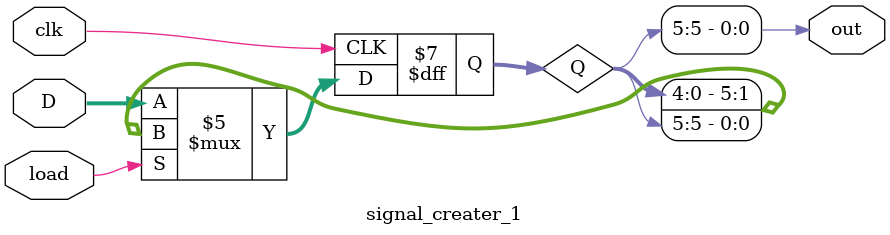
<source format=v>
module signal_creater_1 (
    input clk,load,
    input [5:0] D,
    output out
);
    reg [5:0]Q;
    initial begin
        Q<=6'b100111;
    end
    always @(posedge clk) begin
        if (!load) begin
            Q[5:0]<=D[5:0];
        end else begin
            Q<={Q[4:0],Q[5]};
        end
    end
    assign out=Q[5];
endmodule
</source>
